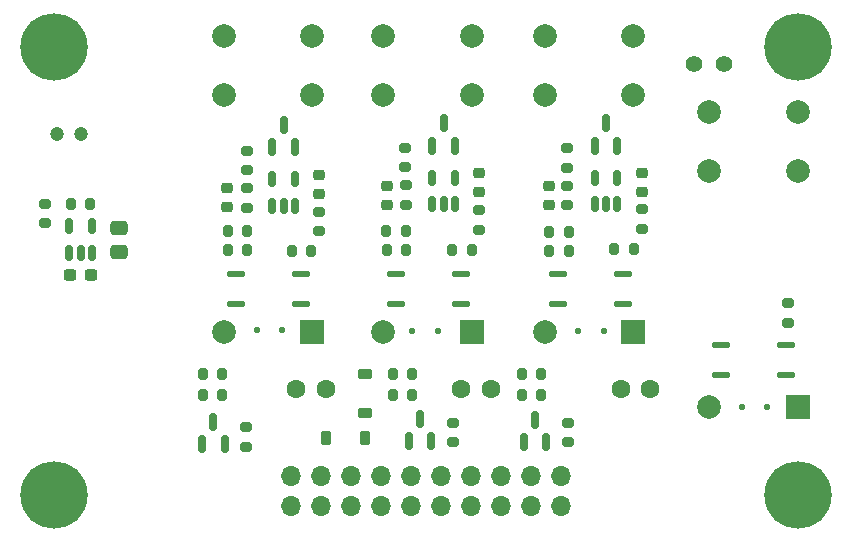
<source format=gbr>
%TF.GenerationSoftware,KiCad,Pcbnew,7.0.11-rc3*%
%TF.CreationDate,2025-03-16T23:30:22+08:00*%
%TF.ProjectId,SDC 2,53444320-322e-46b6-9963-61645f706362,rev?*%
%TF.SameCoordinates,Original*%
%TF.FileFunction,Soldermask,Bot*%
%TF.FilePolarity,Negative*%
%FSLAX46Y46*%
G04 Gerber Fmt 4.6, Leading zero omitted, Abs format (unit mm)*
G04 Created by KiCad (PCBNEW 7.0.11-rc3) date 2025-03-16 23:30:22*
%MOMM*%
%LPD*%
G01*
G04 APERTURE LIST*
G04 Aperture macros list*
%AMRoundRect*
0 Rectangle with rounded corners*
0 $1 Rounding radius*
0 $2 $3 $4 $5 $6 $7 $8 $9 X,Y pos of 4 corners*
0 Add a 4 corners polygon primitive as box body*
4,1,4,$2,$3,$4,$5,$6,$7,$8,$9,$2,$3,0*
0 Add four circle primitives for the rounded corners*
1,1,$1+$1,$2,$3*
1,1,$1+$1,$4,$5*
1,1,$1+$1,$6,$7*
1,1,$1+$1,$8,$9*
0 Add four rect primitives between the rounded corners*
20,1,$1+$1,$2,$3,$4,$5,0*
20,1,$1+$1,$4,$5,$6,$7,0*
20,1,$1+$1,$6,$7,$8,$9,0*
20,1,$1+$1,$8,$9,$2,$3,0*%
G04 Aperture macros list end*
%ADD10C,5.700000*%
%ADD11C,1.400000*%
%ADD12C,2.000000*%
%ADD13R,2.000000X2.000000*%
%ADD14C,1.600000*%
%ADD15O,1.700000X1.700000*%
%ADD16C,1.200000*%
%ADD17RoundRect,0.200000X-0.275000X0.200000X-0.275000X-0.200000X0.275000X-0.200000X0.275000X0.200000X0*%
%ADD18RoundRect,0.250000X-0.475000X0.337500X-0.475000X-0.337500X0.475000X-0.337500X0.475000X0.337500X0*%
%ADD19RoundRect,0.225000X-0.250000X0.225000X-0.250000X-0.225000X0.250000X-0.225000X0.250000X0.225000X0*%
%ADD20RoundRect,0.200000X0.200000X0.275000X-0.200000X0.275000X-0.200000X-0.275000X0.200000X-0.275000X0*%
%ADD21RoundRect,0.200000X0.275000X-0.200000X0.275000X0.200000X-0.275000X0.200000X-0.275000X-0.200000X0*%
%ADD22RoundRect,0.150000X0.150000X-0.587500X0.150000X0.587500X-0.150000X0.587500X-0.150000X-0.587500X0*%
%ADD23RoundRect,0.225000X0.375000X-0.225000X0.375000X0.225000X-0.375000X0.225000X-0.375000X-0.225000X0*%
%ADD24RoundRect,0.200000X-0.200000X-0.275000X0.200000X-0.275000X0.200000X0.275000X-0.200000X0.275000X0*%
%ADD25RoundRect,0.137500X0.587500X0.137500X-0.587500X0.137500X-0.587500X-0.137500X0.587500X-0.137500X0*%
%ADD26RoundRect,0.125000X0.125000X0.125000X-0.125000X0.125000X-0.125000X-0.125000X0.125000X-0.125000X0*%
%ADD27RoundRect,0.150000X0.150000X-0.512500X0.150000X0.512500X-0.150000X0.512500X-0.150000X-0.512500X0*%
%ADD28RoundRect,0.225000X-0.225000X-0.375000X0.225000X-0.375000X0.225000X0.375000X-0.225000X0.375000X0*%
%ADD29RoundRect,0.237500X-0.300000X-0.237500X0.300000X-0.237500X0.300000X0.237500X-0.300000X0.237500X0*%
G04 APERTURE END LIST*
D10*
%TO.C,H3*%
X119500000Y-51500000D03*
%TD*%
D11*
%TO.C,JP1*%
X110710000Y-53000000D03*
X113250000Y-53000000D03*
%TD*%
D10*
%TO.C,H4*%
X56500000Y-89500000D03*
%TD*%
D12*
%TO.C,K4*%
X91871320Y-55621320D03*
X91871320Y-50621320D03*
X84371320Y-55621320D03*
X84371320Y-50621320D03*
D13*
X91871320Y-75621320D03*
D12*
X84371320Y-75621320D03*
%TD*%
D14*
%TO.C,C11*%
X91000000Y-80500000D03*
X93500000Y-80500000D03*
%TD*%
D12*
%TO.C,K2*%
X105558820Y-55621320D03*
X105558820Y-50621320D03*
X98058820Y-55621320D03*
X98058820Y-50621320D03*
D13*
X105558820Y-75621320D03*
D12*
X98058820Y-75621320D03*
%TD*%
D15*
%TO.C,J1*%
X99424999Y-87860000D03*
X99424999Y-90400000D03*
X96884999Y-87860000D03*
X96884999Y-90400000D03*
X94344999Y-87860000D03*
X94344999Y-90400000D03*
X91804999Y-87860000D03*
X91804999Y-90400000D03*
X89264999Y-87860000D03*
X89264999Y-90400000D03*
X86724999Y-87860000D03*
X86724999Y-90400000D03*
X84184999Y-87860000D03*
X84184999Y-90400000D03*
X81644999Y-87860000D03*
X81644999Y-90400000D03*
X79104999Y-87860000D03*
X79104999Y-90400000D03*
X76564999Y-87860000D03*
X76564999Y-90400000D03*
%TD*%
D10*
%TO.C,H1*%
X56500000Y-51500000D03*
%TD*%
D12*
%TO.C,K3*%
X119500000Y-62000000D03*
X119500000Y-57000000D03*
X112000000Y-62000000D03*
X112000000Y-57000000D03*
D13*
X119500000Y-82000000D03*
D12*
X112000000Y-82000000D03*
%TD*%
D14*
%TO.C,C12*%
X77000000Y-80500000D03*
X79500000Y-80500000D03*
%TD*%
D16*
%TO.C,C5*%
X56750000Y-58862500D03*
X58750000Y-58862500D03*
%TD*%
D14*
%TO.C,C13*%
X104500000Y-80500000D03*
X107000000Y-80500000D03*
%TD*%
D12*
%TO.C,K1*%
X78371320Y-55621320D03*
X78371320Y-50621320D03*
X70871320Y-55621320D03*
X70871320Y-50621320D03*
D13*
X78371320Y-75621320D03*
D12*
X70871320Y-75621320D03*
%TD*%
D10*
%TO.C,H2*%
X119500000Y-89500000D03*
%TD*%
D17*
%TO.C,R24*%
X86330000Y-63250000D03*
X86330000Y-64900000D03*
%TD*%
D18*
%TO.C,C15*%
X62000000Y-66825000D03*
X62000000Y-68900000D03*
%TD*%
D19*
%TO.C,C9*%
X84686320Y-63337500D03*
X84686320Y-64887500D03*
%TD*%
D20*
%TO.C,R13*%
X72875000Y-67100000D03*
X71225000Y-67100000D03*
%TD*%
D21*
%TO.C,R30*%
X90250000Y-85000000D03*
X90250000Y-83350000D03*
%TD*%
D22*
%TO.C,Q2*%
X104200000Y-59875000D03*
X102300000Y-59875000D03*
X103250000Y-58000000D03*
%TD*%
D17*
%TO.C,R9*%
X99970000Y-60112500D03*
X99970000Y-61762500D03*
%TD*%
D23*
%TO.C,D7*%
X82850000Y-82500000D03*
X82850000Y-79200000D03*
%TD*%
D24*
%TO.C,R28*%
X84675000Y-68700000D03*
X86325000Y-68700000D03*
%TD*%
D25*
%TO.C,U7*%
X90950000Y-70730000D03*
X90950000Y-73270000D03*
X85450000Y-73270000D03*
X85450000Y-70730000D03*
%TD*%
D21*
%TO.C,R12*%
X106250000Y-66925000D03*
X106250000Y-65275000D03*
%TD*%
D26*
%TO.C,D12*%
X89050000Y-75600000D03*
X86850000Y-75600000D03*
%TD*%
D20*
%TO.C,R14*%
X100075000Y-67200000D03*
X98425000Y-67200000D03*
%TD*%
D17*
%TO.C,R23*%
X86250000Y-60075000D03*
X86250000Y-61725000D03*
%TD*%
D27*
%TO.C,U9*%
X59700000Y-69000000D03*
X58750000Y-69000000D03*
X57800000Y-69000000D03*
X57800000Y-66725000D03*
X59700000Y-66725000D03*
%TD*%
D24*
%TO.C,R16*%
X98425000Y-68800000D03*
X100075000Y-68800000D03*
%TD*%
D25*
%TO.C,U2*%
X104700000Y-70730000D03*
X104700000Y-73270000D03*
X99200000Y-73270000D03*
X99200000Y-70730000D03*
%TD*%
D19*
%TO.C,C2*%
X98436320Y-63337500D03*
X98436320Y-64887500D03*
%TD*%
D24*
%TO.C,R6*%
X96100000Y-81000000D03*
X97750000Y-81000000D03*
%TD*%
D20*
%TO.C,R1*%
X70750000Y-79250000D03*
X69100000Y-79250000D03*
%TD*%
%TO.C,R31*%
X59575000Y-64862500D03*
X57925000Y-64862500D03*
%TD*%
D22*
%TO.C,Q3*%
X70950000Y-85187500D03*
X69050000Y-85187500D03*
X70000000Y-83312500D03*
%TD*%
%TO.C,Q5*%
X98200000Y-85000000D03*
X96300000Y-85000000D03*
X97250000Y-83125000D03*
%TD*%
D21*
%TO.C,R32*%
X55750000Y-66437500D03*
X55750000Y-64787500D03*
%TD*%
D25*
%TO.C,U1*%
X77400000Y-70730000D03*
X77400000Y-73270000D03*
X71900000Y-73270000D03*
X71900000Y-70730000D03*
%TD*%
D22*
%TO.C,Q6*%
X88450000Y-84925000D03*
X86550000Y-84925000D03*
X87500000Y-83050000D03*
%TD*%
D17*
%TO.C,R7*%
X72850000Y-60300000D03*
X72850000Y-61950000D03*
%TD*%
D20*
%TO.C,R4*%
X105575000Y-68600000D03*
X103925000Y-68600000D03*
%TD*%
D22*
%TO.C,Q4*%
X90450000Y-59875000D03*
X88550000Y-59875000D03*
X89500000Y-58000000D03*
%TD*%
D19*
%TO.C,C10*%
X78950000Y-62387500D03*
X78950000Y-63937500D03*
%TD*%
D17*
%TO.C,R8*%
X72850000Y-63475000D03*
X72850000Y-65125000D03*
%TD*%
D27*
%TO.C,U4*%
X104200000Y-64862500D03*
X103250000Y-64862500D03*
X102300000Y-64862500D03*
X102300000Y-62587500D03*
X104200000Y-62587500D03*
%TD*%
D21*
%TO.C,R25*%
X72750000Y-85387500D03*
X72750000Y-83737500D03*
%TD*%
D24*
%TO.C,R15*%
X71225000Y-68700000D03*
X72875000Y-68700000D03*
%TD*%
D27*
%TO.C,U8*%
X90450000Y-64862500D03*
X89500000Y-64862500D03*
X88550000Y-64862500D03*
X88550000Y-62587500D03*
X90450000Y-62587500D03*
%TD*%
D28*
%TO.C,D6*%
X79550000Y-84600000D03*
X82850000Y-84600000D03*
%TD*%
D26*
%TO.C,D11*%
X116912500Y-82000000D03*
X114712500Y-82000000D03*
%TD*%
D20*
%TO.C,R3*%
X78275000Y-68800000D03*
X76625000Y-68800000D03*
%TD*%
D21*
%TO.C,R29*%
X100000000Y-85000000D03*
X100000000Y-83350000D03*
%TD*%
D26*
%TO.C,D3*%
X75850000Y-75500000D03*
X73650000Y-75500000D03*
%TD*%
D27*
%TO.C,U3*%
X76900000Y-65025000D03*
X75950000Y-65025000D03*
X75000000Y-65025000D03*
X75000000Y-62750000D03*
X76900000Y-62750000D03*
%TD*%
D17*
%TO.C,R10*%
X99970000Y-63287500D03*
X99970000Y-64937500D03*
%TD*%
D22*
%TO.C,Q1*%
X76900000Y-60037500D03*
X75000000Y-60037500D03*
X75950000Y-58162500D03*
%TD*%
D20*
%TO.C,R21*%
X91875000Y-68700000D03*
X90225000Y-68700000D03*
%TD*%
D24*
%TO.C,R22*%
X85175000Y-81000000D03*
X86825000Y-81000000D03*
%TD*%
D20*
%TO.C,R27*%
X86275000Y-67100000D03*
X84625000Y-67100000D03*
%TD*%
D19*
%TO.C,C4*%
X106250000Y-62225000D03*
X106250000Y-63775000D03*
%TD*%
D24*
%TO.C,R5*%
X69100000Y-81000000D03*
X70750000Y-81000000D03*
%TD*%
D26*
%TO.C,D4*%
X103050000Y-75600000D03*
X100850000Y-75600000D03*
%TD*%
D21*
%TO.C,R20*%
X118691180Y-74866180D03*
X118691180Y-73216180D03*
%TD*%
D19*
%TO.C,C3*%
X92500000Y-62225000D03*
X92500000Y-63775000D03*
%TD*%
D29*
%TO.C,C14*%
X57887500Y-70862500D03*
X59612500Y-70862500D03*
%TD*%
D19*
%TO.C,C1*%
X71136320Y-63500000D03*
X71136320Y-65050000D03*
%TD*%
D21*
%TO.C,R11*%
X78950000Y-67125000D03*
X78950000Y-65475000D03*
%TD*%
%TO.C,R26*%
X92500000Y-67025000D03*
X92500000Y-65375000D03*
%TD*%
D25*
%TO.C,U6*%
X118441180Y-76771180D03*
X118441180Y-79311180D03*
X112941180Y-79311180D03*
X112941180Y-76771180D03*
%TD*%
D20*
%TO.C,R17*%
X86825000Y-79250000D03*
X85175000Y-79250000D03*
%TD*%
%TO.C,R2*%
X97750000Y-79250000D03*
X96100000Y-79250000D03*
%TD*%
M02*

</source>
